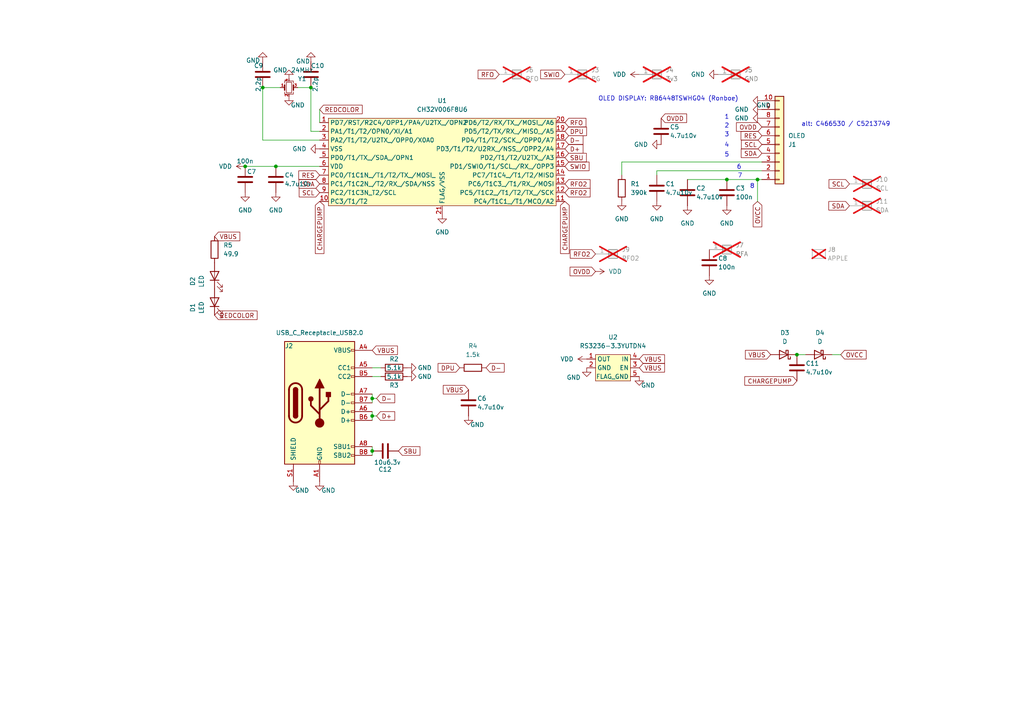
<source format=kicad_sch>
(kicad_sch (version 20250114) (generator "eeschema") (generator_version "9.0")
  (paper "A4")
  (lib_symbols
    (symbol "Connector:USB_C_Receptacle_USB2.0" (pin_names (offset 1.016))
      (property "Reference" "J" (at -10.16 19.05 0))
      (property "Value" "USB_C_Receptacle_USB2.0" (at 19.05 19.05 0))
      (symbol "USB_C_Receptacle_USB2.0_0_0"
        (rectangle (start -0.254 -17.78) (end 0.254 -16.764))
        (rectangle (start 10.16 15.494) (end 9.144 14.986))
        (rectangle (start 10.16 10.414) (end 9.144 9.906))
        (rectangle (start 10.16 7.874) (end 9.144 7.366))
        (rectangle (start 10.16 2.794) (end 9.144 2.286))
        (rectangle (start 10.16 0.254) (end 9.144 -0.254))
        (rectangle (start 10.16 -2.286) (end 9.144 -2.794))
        (rectangle (start 10.16 -4.826) (end 9.144 -5.334))
        (rectangle (start 10.16 -12.446) (end 9.144 -12.954))
        (rectangle (start 10.16 -14.986) (end 9.144 -15.494))
      )
      (symbol "USB_C_Receptacle_USB2.0_0_1"
        (rectangle (start -10.16 17.78) (end 10.16 -17.78) (stroke (width 0.254)) (fill (type background)))
        (polyline (pts (xy -8.89 -3.81) (xy -8.89 3.81)) (stroke (width 0.508)))
        (rectangle (start -7.62 -3.81) (end -6.35 3.81) (stroke (width 0.254)) (fill (type outline)))
        (arc (start -7.62 3.81) (mid -6.985 4.4423) (end -6.35 3.81) (stroke (width 0.254)))
        (arc (start -7.62 3.81) (mid -6.985 4.4423) (end -6.35 3.81) (stroke (width 0.254)) (fill (type outline)))
        (arc (start -8.89 3.81) (mid -6.985 5.7067) (end -5.08 3.81) (stroke (width 0.508)))
        (arc (start -5.08 -3.81) (mid -6.985 -5.7067) (end -8.89 -3.81) (stroke (width 0.508)))
        (arc (start -6.35 -3.81) (mid -6.985 -4.4423) (end -7.62 -3.81) (stroke (width 0.254)))
        (arc (start -6.35 -3.81) (mid -6.985 -4.4423) (end -7.62 -3.81) (stroke (width 0.254)) (fill (type outline)))
        (polyline (pts (xy -5.08 3.81) (xy -5.08 -3.81)) (stroke (width 0.508)))
        (circle (center -2.54 1.143) (radius 0.635) (stroke (width 0.254)) (fill (type outline)))
        (polyline (pts (xy -1.27 4.318) (xy 0 6.858) (xy 1.27 4.318) (xy -1.27 4.318)) (stroke (width 0.254)) (fill (type outline)))
        (polyline (pts (xy 0 -2.032) (xy 2.54 0.508) (xy 2.54 1.778)) (stroke (width 0.508)))
        (polyline (pts (xy 0 -3.302) (xy -2.54 -0.762) (xy -2.54 0.508)) (stroke (width 0.508)))
        (polyline (pts (xy 0 -5.842) (xy 0 4.318)) (stroke (width 0.508)))
        (circle (center 0 -5.842) (radius 1.27) (fill (type outline)))
        (rectangle (start 1.905 1.778) (end 3.175 3.048) (stroke (width 0.254)) (fill (type outline)))
      )
      (symbol "USB_C_Receptacle_USB2.0_1_1"
        (pin passive line (at -7.62 -22.86 90) (length 5.08) (name "SHIELD") (number "S1"))
        (pin passive line (at 0 -22.86 90) (length 5.08) (name "GND") (number "A1"))
        (pin passive line (at 0 -22.86 90) (length 5.08) (hide yes) (name "GND") (number "A12"))
        (pin passive line (at 0 -22.86 90) (length 5.08) (hide yes) (name "GND") (number "B1"))
        (pin passive line (at 0 -22.86 90) (length 5.08) (hide yes) (name "GND") (number "B12"))
        (pin passive line (at 15.24 15.24 180) (length 5.08) (name "VBUS") (number "A4"))
        (pin passive line (at 15.24 15.24 180) (length 5.08) (hide yes) (name "VBUS") (number "A9"))
        (pin passive line (at 15.24 15.24 180) (length 5.08) (hide yes) (name "VBUS") (number "B4"))
        (pin passive line (at 15.24 15.24 180) (length 5.08) (hide yes) (name "VBUS") (number "B9"))
        (pin bidirectional line (at 15.24 10.16 180) (length 5.08) (name "CC1") (number "A5"))
        (pin bidirectional line (at 15.24 7.62 180) (length 5.08) (name "CC2") (number "B5"))
        (pin bidirectional line (at 15.24 2.54 180) (length 5.08) (name "D-") (number "A7"))
        (pin bidirectional line (at 15.24 0 180) (length 5.08) (name "D-") (number "B7"))
        (pin bidirectional line (at 15.24 -2.54 180) (length 5.08) (name "D+") (number "A6"))
        (pin bidirectional line (at 15.24 -5.08 180) (length 5.08) (name "D+") (number "B6"))
        (pin bidirectional line (at 15.24 -12.7 180) (length 5.08) (name "SBU1") (number "A8"))
        (pin bidirectional line (at 15.24 -15.24 180) (length 5.08) (name "SBU2") (number "B8"))
      )
    )
    (symbol "Connector_Generic:Conn_01x01" (pin_names (offset 1.016) (hide yes))
      (property "Reference" "J" (at 0 2.54 0))
      (property "Value" "Conn_01x01" (at 0 -2.54 0))
      (symbol "Conn_01x01_1_1"
        (rectangle (start -1.27 1.27) (end 1.27 -1.27) (stroke (width 0.254)) (fill (type background)))
        (rectangle (start -1.27 0.127) (end 0 -0.127) (stroke (width 0.1524)))
        (pin passive line (at -5.08 0 0) (length 3.81) (name "Pin_1") (number "1"))
      )
    )
    (symbol "Connector_Generic:Conn_01x10" (pin_names (offset 1.016) (hide yes))
      (property "Reference" "J" (at 0 12.7 0))
      (property "Value" "Conn_01x10" (at 0 -15.24 0))
      (symbol "Conn_01x10_1_1"
        (rectangle (start -1.27 11.43) (end 1.27 -13.97) (stroke (width 0.254)) (fill (type background)))
        (rectangle (start -1.27 10.287) (end 0 10.033) (stroke (width 0.1524)))
        (rectangle (start -1.27 7.747) (end 0 7.493) (stroke (width 0.1524)))
        (rectangle (start -1.27 5.207) (end 0 4.953) (stroke (width 0.1524)))
        (rectangle (start -1.27 2.667) (end 0 2.413) (stroke (width 0.1524)))
        (rectangle (start -1.27 0.127) (end 0 -0.127) (stroke (width 0.1524)))
        (rectangle (start -1.27 -2.413) (end 0 -2.667) (stroke (width 0.1524)))
        (rectangle (start -1.27 -4.953) (end 0 -5.207) (stroke (width 0.1524)))
        (rectangle (start -1.27 -7.493) (end 0 -7.747) (stroke (width 0.1524)))
        (rectangle (start -1.27 -10.033) (end 0 -10.287) (stroke (width 0.1524)))
        (rectangle (start -1.27 -12.573) (end 0 -12.827) (stroke (width 0.1524)))
        (pin passive line (at -5.08 10.16 0) (length 3.81) (name "Pin_1") (number "1"))
        (pin passive line (at -5.08 7.62 0) (length 3.81) (name "Pin_2") (number "2"))
        (pin passive line (at -5.08 5.08 0) (length 3.81) (name "Pin_3") (number "3"))
        (pin passive line (at -5.08 2.54 0) (length 3.81) (name "Pin_4") (number "4"))
        (pin passive line (at -5.08 0 0) (length 3.81) (name "Pin_5") (number "5"))
        (pin passive line (at -5.08 -2.54 0) (length 3.81) (name "Pin_6") (number "6"))
        (pin passive line (at -5.08 -5.08 0) (length 3.81) (name "Pin_7") (number "7"))
        (pin passive line (at -5.08 -7.62 0) (length 3.81) (name "Pin_8") (number "8"))
        (pin passive line (at -5.08 -10.16 0) (length 3.81) (name "Pin_9") (number "9"))
        (pin passive line (at -5.08 -12.7 0) (length 3.81) (name "Pin_10") (number "10"))
      )
    )
    (symbol "Device:C" (pin_numbers (hide yes)) (pin_names (offset 0.254))
      (property "Reference" "C" (at 0.635 2.54 0))
      (property "Value" "C" (at 0.635 -2.54 0))
      (symbol "C_0_1"
        (polyline (pts (xy -2.032 0.762) (xy 2.032 0.762)) (stroke (width 0.508)))
        (polyline (pts (xy -2.032 -0.762) (xy 2.032 -0.762)) (stroke (width 0.508)))
      )
      (symbol "C_1_1"
        (pin passive line (at 0 3.81 270) (length 2.794) (name "~") (number "1"))
        (pin passive line (at 0 -3.81 90) (length 2.794) (name "~") (number "2"))
      )
    )
    (symbol "Device:Crystal_GND24_Small" (pin_names (offset 1.016) (hide yes))
      (property "Reference" "Y" (at 1.27 4.445 0))
      (property "Value" "Crystal_GND24_Small" (at 1.27 2.54 0))
      (symbol "Crystal_GND24_Small_0_1"
        (polyline (pts (xy -1.27 1.27) (xy -1.27 1.905) (xy 1.27 1.905) (xy 1.27 1.27)))
        (polyline (pts (xy -1.27 -0.762) (xy -1.27 0.762)) (stroke (width 0.381)))
        (polyline (pts (xy -1.27 -1.27) (xy -1.27 -1.905) (xy 1.27 -1.905) (xy 1.27 -1.27)))
        (rectangle (start -0.762 -1.524) (end 0.762 1.524))
        (polyline (pts (xy 1.27 -0.762) (xy 1.27 0.762)) (stroke (width 0.381)))
      )
      (symbol "Crystal_GND24_Small_1_1"
        (pin passive line (at -2.54 0 0) (length 1.27) (name "1") (number "1"))
        (pin passive line (at 0 2.54 270) (length 0.635) (name "4") (number "4"))
        (pin passive line (at 0 -2.54 90) (length 0.635) (name "2") (number "2"))
        (pin passive line (at 2.54 0 180) (length 1.27) (name "3") (number "3"))
      )
    )
    (symbol "Device:D_Schottky" (pin_numbers (hide yes)) (pin_names (offset 1.016) (hide yes))
      (property "Reference" "D" (at 0 2.54 0))
      (property "Value" "D_Schottky" (at 0 -2.54 0))
      (symbol "D_Schottky_0_1"
        (polyline (pts (xy -1.905 0.635) (xy -1.905 1.27) (xy -1.27 1.27) (xy -1.27 -1.27) (xy -0.635 -1.27) (xy -0.635 -0.635)) (stroke (width 0.254)))
        (polyline (pts (xy 1.27 1.27) (xy 1.27 -1.27) (xy -1.27 0) (xy 1.27 1.27)) (stroke (width 0.254)))
        (polyline (pts (xy 1.27 0) (xy -1.27 0)))
      )
      (symbol "D_Schottky_1_1"
        (pin passive line (at -3.81 0 0) (length 2.54) (name "K") (number "1"))
        (pin passive line (at 3.81 0 180) (length 2.54) (name "A") (number "2"))
      )
    )
    (symbol "Device:LED" (pin_numbers (hide yes)) (pin_names (offset 1.016) (hide yes))
      (property "Reference" "D" (at 0 2.54 0))
      (property "Value" "LED" (at 0 -2.54 0))
      (symbol "LED_0_1"
        (polyline (pts (xy -3.048 -0.762) (xy -4.572 -2.286) (xy -3.81 -2.286) (xy -4.572 -2.286) (xy -4.572 -1.524)))
        (polyline (pts (xy -1.778 -0.762) (xy -3.302 -2.286) (xy -2.54 -2.286) (xy -3.302 -2.286) (xy -3.302 -1.524)))
        (polyline (pts (xy -1.27 0) (xy 1.27 0)))
        (polyline (pts (xy -1.27 -1.27) (xy -1.27 1.27)) (stroke (width 0.254)))
        (polyline (pts (xy 1.27 -1.27) (xy 1.27 1.27) (xy -1.27 0) (xy 1.27 -1.27)) (stroke (width 0.254)))
      )
      (symbol "LED_1_1"
        (pin passive line (at -3.81 0 0) (length 2.54) (name "K") (number "1"))
        (pin passive line (at 3.81 0 180) (length 2.54) (name "A") (number "2"))
      )
    )
    (symbol "Device:R" (pin_numbers (hide yes)) (pin_names (offset 0))
      (property "Reference" "R" (at 2.032 0 90))
      (property "Value" "R" (at 0 0 90))
      (symbol "R_0_1"
        (rectangle (start -1.016 -2.54) (end 1.016 2.54) (stroke (width 0.254)))
      )
      (symbol "R_1_1"
        (pin passive line (at 0 3.81 270) (length 1.27) (name "~") (number "1"))
        (pin passive line (at 0 -3.81 90) (length 1.27) (name "~") (number "2"))
      )
    )
    (symbol "artwork:artwork"
      (property "Reference" "A" (at 0 0 0))
      (property "Value" "artwork" (at 0 2.54 0))
      (symbol "artwork_0_1"
        (rectangle (start -1.905 1.27) (end 1.905 -1.27))
      )
    )
    (symbol "cnhardware:CH32V006F8U6"
      (property "Reference" "U" (at 0 -1.27 0))
      (property "Value" "CH32V006F8U6" (at 2.54 0 0))
      (symbol "CH32V006F8U6_1_1"
        (rectangle (start -33.02 12.7) (end 33.02 -12.7) (fill (type background)))
        (pin bidirectional line (at -35.56 11.43 0) (length 2.54) (name "PD7/RST/R2C4/OPP1/PA4/U2TX_/OPN2") (number "1"))
        (pin bidirectional line (at -35.56 8.89 0) (length 2.54) (name "PA1/T1/T2/OPN0/XI/A1") (number "2"))
        (pin bidirectional line (at -35.56 6.35 0) (length 2.54) (name "PA2/T1/T2/U2TX_/OPP0/X0A0") (number "3"))
        (pin bidirectional line (at -35.56 3.81 0) (length 2.54) (name "VSS") (number "4"))
        (pin bidirectional line (at -35.56 1.27 0) (length 2.54) (name "PD0/T1/TX_/SDA_/OPN1") (number "5"))
        (pin bidirectional line (at -35.56 -1.27 0) (length 2.54) (name "VDD") (number "6"))
        (pin bidirectional line (at -35.56 -3.81 0) (length 2.54) (name "PC0/T1C1N_/T1/T2/TX_/MOSI_") (number "7"))
        (pin bidirectional line (at -35.56 -6.35 0) (length 2.54) (name "PC1/T1C2N_/T2/RX_/SDA/NSS") (number "8"))
        (pin bidirectional line (at -35.56 -8.89 0) (length 2.54) (name "PC2/T1C3N_T2/SCL") (number "9"))
        (pin bidirectional line (at -35.56 -11.43 0) (length 2.54) (name "PC3/T1/T2") (number "10"))
        (pin bidirectional line (at 0 -15.24 90) (length 2.54) (name "FLAG/VSS") (number "21"))
        (pin bidirectional line (at 35.56 11.43 180) (length 2.54) (name "PD6/T2/RX/TX_/MOSI_/A6") (number "20"))
        (pin bidirectional line (at 35.56 8.89 180) (length 2.54) (name "PD5/T2/TX/RX_/MISO_/A5") (number "19"))
        (pin bidirectional line (at 35.56 6.35 180) (length 2.54) (name "PD4/T1/T2/SCK_/OPP0/A7") (number "18"))
        (pin bidirectional line (at 35.56 3.81 180) (length 2.54) (name "PD3/T1/T2/U2RX_/NSS_/OPP2/A4") (number "17"))
        (pin bidirectional line (at 35.56 1.27 180) (length 2.54) (name "PD2/T1/T2/U2TX_/A3") (number "16"))
        (pin bidirectional line (at 35.56 -1.27 180) (length 2.54) (name "PD1/SWIO/T1/SCL_/RX_/OPP3") (number "15"))
        (pin bidirectional line (at 35.56 -3.81 180) (length 2.54) (name "PC7/T1C4_/T1/T2/MISO") (number "14"))
        (pin bidirectional line (at 35.56 -6.35 180) (length 2.54) (name "PC6/T1C3_/T1/RX_/MOSI") (number "13"))
        (pin bidirectional line (at 35.56 -8.89 180) (length 2.54) (name "PC5/T1C2_/T1/T2/TX_/SCK") (number "12"))
        (pin bidirectional line (at 35.56 -11.43 180) (length 2.54) (name "PC4/T1C1_/T1/MCO/A2") (number "11"))
      )
    )
    (symbol "cnhardware:RS3236-DFN-LDO"
      (property "Reference" "U" (at 0 3.81 0))
      (property "Value" "RS3236-3.3YUTDN4" (at -0.254 -6.35 0))
      (symbol "RS3236-DFN-LDO_1_1"
        (rectangle (start -5.08 2.54) (end 5.08 -5.08) (fill (type background)))
        (pin bidirectional line (at -7.62 1.27 0) (length 2.54) (name "OUT") (number "1"))
        (pin bidirectional line (at -7.62 -1.27 0) (length 2.54) (name "GND") (number "2"))
        (pin bidirectional line (at 7.62 1.27 180) (length 2.54) (name "IN") (number "4"))
        (pin bidirectional line (at 7.62 -1.27 180) (length 2.54) (name "EN") (number "3"))
        (pin bidirectional line (at 7.62 -3.81 180) (length 2.54) (name "FLAG_GND") (number "5"))
      )
    )
    (symbol "power:GND" (power) (pin_names (offset 0))
      (property "Value" "GND" (at 0 -3.81 0))
      (symbol "GND_0_1"
        (polyline (pts (xy 0 0) (xy 0 -1.27) (xy 1.27 -1.27) (xy 0 -2.54) (xy -1.27 -1.27) (xy 0 -1.27)))
      )
      (symbol "GND_1_1"
        (pin power_in line (at 0 0 270) (length 0) (hide yes) (name "GND") (number "1"))
      )
    )
    (symbol "power:VDD" (power) (pin_names (offset 0))
      (property "Value" "VDD" (at 0 3.81 0))
      (symbol "VDD_0_1"
        (polyline (pts (xy -0.762 1.27) (xy 0 2.54)))
        (polyline (pts (xy 0 2.54) (xy 0.762 1.27)))
        (polyline (pts (xy 0 0) (xy 0 2.54)))
      )
      (symbol "VDD_1_1"
        (pin power_in line (at 0 0 90) (length 0) (hide yes) (name "VDD") (number "1"))
      )
    )
  )
  (text "3" (at 210.82 39.116 0) (effects (font (size 1.27 1.27))))
  (text "7" (at 214.63 51.054 0) (effects (font (size 1.27 1.27))))
  (text "5" (at 210.82 44.958 0) (effects (font (size 1.27 1.27))))
  (text "alt: C466530 / C5213749" (at 232.41 36.83 0) (effects (font (size 1.27 1.27)) (justify left bottom)))
  (text "8" (at 218.186 54.102 0) (effects (font (size 1.27 1.27))))
  (text "2" (at 210.82 36.576 0) (effects (font (size 1.27 1.27))))
  (text "6" (at 214.376 48.514 0) (effects (font (size 1.27 1.27))))
  (text "4" (at 210.82 42.164 0) (effects (font (size 1.27 1.27))))
  (text "OLED DISPLAY: RB6448TSWHG04 (Ronboe)" (at 173.482 29.464 0) (effects (font (size 1.27 1.27)) (justify left bottom)))
  (text "1" (at 210.82 34.036 0) (effects (font (size 1.27 1.27))))
  (junction (at 210.82 52.07))
  (junction (at 219.71 52.07))
  (junction (at 71.12 48.26))
  (junction (at 80.01 48.26))
  (junction (at 76.2 25.4))
  (junction (at 90.17 25.4))
  (junction (at 107.95 130.81))
  (junction (at 107.95 120.65))
  (junction (at 107.95 115.57))
  (junction (at 231.14 102.87))
  (wire (pts (xy 80.01 48.26) (xy 92.71 48.26)))
  (wire (pts (xy 71.12 48.26) (xy 80.01 48.26)))
  (wire (pts (xy 76.2 40.64) (xy 76.2 25.4)))
  (wire (pts (xy 107.95 130.81) (xy 107.95 132.08)))
  (wire (pts (xy 76.2 25.4) (xy 81.28 25.4)))
  (wire (pts (xy 92.71 31.75) (xy 92.71 35.56)))
  (wire (pts (xy 190.5 49.53) (xy 190.5 50.8)))
  (wire (pts (xy 231.14 102.87) (xy 233.68 102.87)))
  (wire (pts (xy 92.71 40.64) (xy 76.2 40.64)))
  (wire (pts (xy 199.39 52.07) (xy 210.82 52.07)))
  (wire (pts (xy 107.95 109.22) (xy 110.49 109.22)))
  (wire (pts (xy 107.95 106.68) (xy 110.49 106.68)))
  (wire (pts (xy 241.3 102.87) (xy 243.84 102.87)))
  (wire (pts (xy 107.95 120.65) (xy 109.22 120.65)))
  (wire (pts (xy 210.82 52.07) (xy 219.71 52.07)))
  (wire (pts (xy 107.95 119.38) (xy 107.95 120.65)))
  (wire (pts (xy 86.36 25.4) (xy 90.17 25.4)))
  (wire (pts (xy 90.17 25.4) (xy 90.17 38.1)))
  (wire (pts (xy 107.95 120.65) (xy 107.95 121.92)))
  (wire (pts (xy 219.71 58.42) (xy 219.71 52.07)))
  (wire (pts (xy 219.71 52.07) (xy 220.98 52.07)))
  (wire (pts (xy 107.95 115.57) (xy 107.95 116.84)))
  (wire (pts (xy 190.5 49.53) (xy 220.98 49.53)))
  (wire (pts (xy 107.95 115.57) (xy 109.22 115.57)))
  (wire (pts (xy 107.95 114.3) (xy 107.95 115.57)))
  (wire (pts (xy 90.17 38.1) (xy 92.71 38.1)))
  (wire (pts (xy 180.34 46.99) (xy 220.98 46.99)))
  (wire (pts (xy 107.95 129.54) (xy 107.95 130.81)))
  (wire (pts (xy 180.34 46.99) (xy 180.34 50.8)))
  (global_label "SBU" (shape input) (at 115.57 130.81 0) (property "Intersheetrefs" "${INTERSHEET_REFS}" (effects (hide yes))))
  (global_label "RFO" (shape input) (at 144.78 21.59 180) (property "Intersheetrefs" "${INTERSHEET_REFS}" (effects (hide yes))))
  (global_label "VBUS" (shape input) (at 185.42 106.68 0) (property "Intersheetrefs" "${INTERSHEET_REFS}" (effects (hide yes))))
  (global_label "REDCOLOR" (shape input) (at 92.71 31.75 0) (property "Intersheetrefs" "${INTERSHEET_REFS}" (effects (hide yes))))
  (global_label "SCL" (shape input) (at 246.38 53.34 180) (property "Intersheetrefs" "${INTERSHEET_REFS}" (effects (hide yes))))
  (global_label "SCL" (shape input) (at 220.98 41.91 180) (property "Intersheetrefs" "${INTERSHEET_REFS}" (effects (hide yes))))
  (global_label "OVCC" (shape input) (at 243.84 102.87 0) (property "Intersheetrefs" "${INTERSHEET_REFS}" (effects (hide yes))))
  (global_label "D-" (shape input) (at 140.97 106.68 0) (property "Intersheetrefs" "${INTERSHEET_REFS}" (effects (hide yes))))
  (global_label "VBUS" (shape input) (at 107.95 101.6 0) (property "Intersheetrefs" "${INTERSHEET_REFS}" (effects (hide yes))))
  (global_label "CHARGEPUMP" (shape input) (at 92.71 58.42 270) (property "Intersheetrefs" "${INTERSHEET_REFS}" (effects (hide yes))))
  (global_label "RFO" (shape input) (at 163.83 35.56 0) (property "Intersheetrefs" "${INTERSHEET_REFS}" (effects (hide yes))))
  (global_label "RES" (shape input) (at 220.98 39.37 180) (property "Intersheetrefs" "${INTERSHEET_REFS}" (effects (hide yes))))
  (global_label "OVDD" (shape input) (at 220.98 36.83 180) (property "Intersheetrefs" "${INTERSHEET_REFS}" (effects (hide yes))))
  (global_label "SDA" (shape input) (at 246.38 59.69 180) (property "Intersheetrefs" "${INTERSHEET_REFS}" (effects (hide yes))))
  (global_label "D+" (shape input) (at 163.83 43.18 0) (property "Intersheetrefs" "${INTERSHEET_REFS}" (effects (hide yes))))
  (global_label "SBU" (shape input) (at 163.83 45.72 0) (property "Intersheetrefs" "${INTERSHEET_REFS}" (effects (hide yes))))
  (global_label "D+" (shape input) (at 109.22 120.65 0) (property "Intersheetrefs" "${INTERSHEET_REFS}" (effects (hide yes))))
  (global_label "D-" (shape input) (at 109.22 115.57 0) (property "Intersheetrefs" "${INTERSHEET_REFS}" (effects (hide yes))))
  (global_label "CHARGEPUMP" (shape input) (at 163.83 58.42 270) (property "Intersheetrefs" "${INTERSHEET_REFS}" (effects (hide yes))))
  (global_label "VBUS" (shape input) (at 223.52 102.87 180) (property "Intersheetrefs" "${INTERSHEET_REFS}" (effects (hide yes))))
  (global_label "VBUS" (shape input) (at 62.23 68.58 0) (property "Intersheetrefs" "${INTERSHEET_REFS}" (effects (hide yes))))
  (global_label "VBUS" (shape input) (at 135.89 113.03 180) (property "Intersheetrefs" "${INTERSHEET_REFS}" (effects (hide yes))))
  (global_label "RFO2" (shape input) (at 172.72 73.66 180) (property "Intersheetrefs" "${INTERSHEET_REFS}" (effects (hide yes))))
  (global_label "DPU" (shape input) (at 163.83 38.1 0) (property "Intersheetrefs" "${INTERSHEET_REFS}" (effects (hide yes))))
  (global_label "SCL" (shape input) (at 92.71 55.88 180) (property "Intersheetrefs" "${INTERSHEET_REFS}" (effects (hide yes))))
  (global_label "D-" (shape input) (at 163.83 40.64 0) (property "Intersheetrefs" "${INTERSHEET_REFS}" (effects (hide yes))))
  (global_label "OVCC" (shape input) (at 219.71 58.42 270) (property "Intersheetrefs" "${INTERSHEET_REFS}" (effects (hide yes))))
  (global_label "RES" (shape input) (at 92.71 50.8 180) (property "Intersheetrefs" "${INTERSHEET_REFS}" (effects (hide yes))))
  (global_label "OVDD" (shape input) (at 172.72 78.74 180) (property "Intersheetrefs" "${INTERSHEET_REFS}" (effects (hide yes))))
  (global_label "OVDD" (shape input) (at 191.77 34.29 0) (property "Intersheetrefs" "${INTERSHEET_REFS}" (effects (hide yes))))
  (global_label "RFO2" (shape input) (at 163.83 55.88 0) (property "Intersheetrefs" "${INTERSHEET_REFS}" (effects (hide yes))))
  (global_label "SDA" (shape input) (at 92.71 53.34 180) (property "Intersheetrefs" "${INTERSHEET_REFS}" (effects (hide yes))))
  (global_label "DPU" (shape input) (at 133.35 106.68 180) (property "Intersheetrefs" "${INTERSHEET_REFS}" (effects (hide yes))))
  (global_label "REDCOLOR" (shape input) (at 62.23 91.44 0) (property "Intersheetrefs" "${INTERSHEET_REFS}" (effects (hide yes))))
  (global_label "SWIO" (shape input) (at 163.83 21.59 180) (property "Intersheetrefs" "${INTERSHEET_REFS}" (effects (hide yes))))
  (global_label "CHARGEPUMP" (shape input) (at 231.14 110.49 180) (property "Intersheetrefs" "${INTERSHEET_REFS}" (effects (hide yes))))
  (global_label "RFO2" (shape input) (at 163.83 53.34 0) (property "Intersheetrefs" "${INTERSHEET_REFS}" (effects (hide yes))))
  (global_label "SDA" (shape input) (at 220.98 44.45 180) (property "Intersheetrefs" "${INTERSHEET_REFS}" (effects (hide yes))))
  (global_label "SWIO" (shape input) (at 163.83 48.26 0) (property "Intersheetrefs" "${INTERSHEET_REFS}" (effects (hide yes))))
  (global_label "VBUS" (shape input) (at 185.42 104.14 0) (property "Intersheetrefs" "${INTERSHEET_REFS}" (effects (hide yes))))
  (symbol (lib_id "Device:LED") (at 62.23 80.01 90) (unit 1)
    (property "Reference" "D2" (at 55.88 81.5975 0))
    (property "Value" "LED" (at 58.42 81.5975 0))
    (property "Footprint" "LED_SMD:LED_0603_1608Metric" (effects (hide yes)))
    (property "Description" "Light emitting diode" (effects (hide yes)))
    (property "LCSC" "C2286" (effects (hide yes)))
  )
  (symbol (lib_id "Device:C") (at 80.01 52.07 0) (unit 1)
    (property "Reference" "C4" (at 82.55 50.8 0) (effects (justify left)))
    (property "Value" "4.7u10v" (at 82.55 53.34 0) (effects (justify left)))
    (property "Footprint" "Capacitor_SMD:C_0402_1005Metric" (effects (hide yes)))
    (property "LCSC" "C23733" (effects (hide yes)))
  )
  (symbol (lib_id "power:GND") (at 83.82 27.94 0) (unit 1)
    (property "Reference" "#PWR022" (effects (hide yes)))
    (property "Value" "GND" (at 86.36 30.48 0))
  )
  (symbol (lib_id "Device:C") (at 205.74 76.2 0) (unit 1)
    (property "Reference" "C8" (at 208.28 74.93 0) (effects (justify left)))
    (property "Value" "100n" (at 208.28 77.47 0) (effects (justify left)))
    (property "Footprint" "Capacitor_SMD:C_0402_1005Metric" (effects (hide yes)))
    (property "LCSC" "C1525" (effects (hide yes)))
  )
  (symbol (lib_id "Connector_Generic:Conn_01x01") (at 210.82 72.39 0) (unit 1) (in_bom no) (dnp yes)
    (property "Reference" "J7" (at 213.36 71.12 0) (effects (justify left)))
    (property "Value" "RFA" (at 213.36 73.66 0) (effects (justify left)))
    (property "Footprint" "TestPoint:TestPoint_Pad_D1.0mm" (effects (hide yes)))
  )
  (symbol (lib_id "power:GND") (at 208.28 21.59 270) (unit 1)
    (property "Reference" "#PWR024" (effects (hide yes)))
    (property "Value" "GND" (at 204.47 21.59 90) (effects (justify right)))
  )
  (symbol (lib_id "Device:C") (at 231.14 106.68 0) (unit 1)
    (property "Reference" "C11" (at 233.68 105.41 0) (effects (justify left)))
    (property "Value" "4.7u10v" (at 233.68 107.95 0) (effects (justify left)))
    (property "Footprint" "Capacitor_SMD:C_0402_1005Metric" (effects (hide yes)))
    (property "LCSC" "C23733" (effects (hide yes)))
  )
  (symbol (lib_id "power:GND") (at 80.01 55.88 0) (unit 1)
    (property "Reference" "#PWR03" (effects (hide yes)))
    (property "Value" "GND" (at 80.01 60.96 0))
  )
  (symbol (lib_id "Device:D_Schottky") (at 237.49 102.87 180) (unit 1)
    (property "Reference" "D4" (at 237.8075 96.52 0))
    (property "Value" "D" (at 237.8075 99.06 0))
    (property "Footprint" "Diode_SMD:D_SOD-323" (effects (hide yes)))
    (property "Description" "Schottky diode" (effects (hide yes)))
    (property "LCSC" "C191023" (effects (hide yes)))
  )
  (symbol (lib_id "Connector_Generic:Conn_01x01") (at 149.86 21.59 0) (unit 1) (in_bom no) (dnp yes)
    (property "Reference" "J6" (at 152.4 20.32 0) (effects (justify left)))
    (property "Value" "RFO" (at 152.4 22.86 0) (effects (justify left)))
    (property "Footprint" "TestPoint:TestPoint_Pad_D1.0mm" (effects (hide yes)))
  )
  (symbol (lib_id "Device:C") (at 111.76 130.81 270) (unit 1)
    (property "Reference" "C12" (at 109.728 136.144 90) (effects (justify left)))
    (property "Value" "10u6.3v" (at 108.458 134.112 90) (effects (justify left)))
    (property "Footprint" "Capacitor_SMD:C_0402_1005Metric" (effects (hide yes)))
    (property "LCSC" "C15525" (effects (hide yes)))
  )
  (symbol (lib_id "Device:Crystal_GND24_Small") (at 83.82 25.4 0) (unit 1)
    (property "Reference" "Y1" (at 87.63 22.86 0))
    (property "Value" "24MHz" (at 87.63 20.32 0))
    (property "Footprint" "Crystal:Crystal_SMD_2016-4Pin_2.0x1.6mm" (effects (hide yes)))
    (property "LCSC" "C2929397" (effects (hide yes)))
  )
  (symbol (lib_id "power:GND") (at 185.42 109.22 0) (unit 1)
    (property "Reference" "#PWR029" (effects (hide yes)))
    (property "Value" "GND" (at 187.96 111.76 0))
  )
  (symbol (lib_id "Connector_Generic:Conn_01x01") (at 177.8 73.66 0) (unit 1) (in_bom no) (dnp yes)
    (property "Reference" "J9" (at 180.34 72.39 0) (effects (justify left)))
    (property "Value" "RFO2" (at 180.34 74.93 0) (effects (justify left)))
    (property "Footprint" "TestPoint:TestPoint_Pad_D1.0mm" (effects (hide yes)))
  )
  (symbol (lib_id "Device:LED") (at 62.23 87.63 90) (unit 1)
    (property "Reference" "D1" (at 55.88 89.2175 0))
    (property "Value" "LED" (at 58.42 89.2175 0))
    (property "Footprint" "LED_SMD:LED_0603_1608Metric" (effects (hide yes)))
    (property "Description" "Light emitting diode" (effects (hide yes)))
    (property "LCSC" "C2286" (effects (hide yes)))
  )
  (symbol (lib_id "Device:C") (at 190.5 54.61 0) (unit 1)
    (property "Reference" "C1" (at 193.04 53.34 0) (effects (justify left)))
    (property "Value" "4.7u10v" (at 193.04 55.88 0) (effects (justify left)))
    (property "Footprint" "Capacitor_SMD:C_0402_1005Metric" (effects (hide yes)))
    (property "LCSC" "C23733" (effects (hide yes)))
  )
  (symbol (lib_id "Connector_Generic:Conn_01x01") (at 190.5 21.59 0) (unit 1) (in_bom no) (dnp yes)
    (property "Reference" "J4" (at 193.04 20.32 0) (effects (justify left)))
    (property "Value" "3v3" (at 193.04 22.86 0) (effects (justify left)))
    (property "Footprint" "TestPoint:TestPoint_Pad_D1.0mm" (effects (hide yes)))
  )
  (symbol (lib_id "Connector_Generic:Conn_01x10") (at 226.06 41.91 0) (mirror x) (unit 1)
    (property "Reference" "J1" (at 228.6 41.91 0) (effects (justify left)))
    (property "Value" "OLED" (at 228.6 39.37 0) (effects (justify left)))
    (property "Footprint" "fpc:AFC42-S08FMA-1H" (effects (hide yes)))
    (property "LCSC" "C466530" (effects (hide yes)))
  )
  (symbol (lib_id "power:VDD") (at 71.12 48.26 90) (unit 1)
    (property "Reference" "#PWR015" (effects (hide yes)))
    (property "Value" "VDD" (at 67.31 48.26 90) (effects (justify left)))
  )
  (symbol (lib_id "power:GND") (at 135.89 120.65 0) (unit 1)
    (property "Reference" "#PWR019" (effects (hide yes)))
    (property "Value" "GND" (at 138.43 123.19 0))
  )
  (symbol (lib_id "power:VDD") (at 185.42 21.59 90) (unit 1)
    (property "Reference" "#PWR023" (effects (hide yes)))
    (property "Value" "VDD" (at 181.61 21.59 90) (effects (justify left)))
  )
  (symbol (lib_id "power:GND") (at 118.11 109.22 90) (unit 1)
    (property "Reference" "#PWR012" (effects (hide yes)))
    (property "Value" "GND" (at 123.19 109.22 90))
  )
  (symbol (lib_id "Device:C") (at 191.77 38.1 0) (unit 1)
    (property "Reference" "C5" (at 194.31 36.83 0) (effects (justify left)))
    (property "Value" "4.7u10v" (at 194.31 39.37 0) (effects (justify left)))
    (property "Footprint" "Capacitor_SMD:C_0402_1005Metric" (effects (hide yes)))
    (property "LCSC" "C23733" (effects (hide yes)))
  )
  (symbol (lib_id "power:GND") (at 180.34 58.42 0) (unit 1)
    (property "Reference" "#PWR08" (effects (hide yes)))
    (property "Value" "GND" (at 180.34 63.5 0))
  )
  (symbol (lib_id "Connector_Generic:Conn_01x01") (at 213.36 21.59 0) (unit 1) (in_bom no) (dnp yes)
    (property "Reference" "J5" (at 215.9 20.32 0) (effects (justify left)))
    (property "Value" "GND" (at 215.9 22.86 0) (effects (justify left)))
    (property "Footprint" "TestPoint:TestPoint_Pad_D1.0mm" (effects (hide yes)))
  )
  (symbol (lib_id "Device:R") (at 180.34 54.61 0) (unit 1)
    (property "Reference" "R1" (at 182.88 53.34 0) (effects (justify left)))
    (property "Value" "390k" (at 182.88 55.88 0) (effects (justify left)))
    (property "Footprint" "Resistor_SMD:R_0402_1005Metric" (effects (hide yes)))
    (property "LCSC" "C25782" (effects (hide yes)))
  )
  (symbol (lib_id "power:GND") (at 205.74 80.01 0) (unit 1)
    (property "Reference" "#PWR025" (effects (hide yes)))
    (property "Value" "GND" (at 205.74 85.09 0))
  )
  (symbol (lib_id "Device:R") (at 114.3 106.68 90) (unit 1)
    (property "Reference" "R2" (at 114.3 104.14 90))
    (property "Value" "5.1k" (at 114.3 106.68 90))
    (property "Footprint" "Resistor_SMD:R_0402_1005Metric" (effects (hide yes)))
    (property "LCSC" "C105872" (effects (hide yes)))
  )
  (symbol (lib_id "power:VDD") (at 172.72 78.74 270) (unit 1)
    (property "Reference" "#PWR028" (effects (hide yes)))
    (property "Value" "VDD" (at 176.53 78.7399 90) (effects (justify left)))
  )
  (symbol (lib_id "power:GND") (at 92.71 139.7 0) (unit 1)
    (property "Reference" "#PWR010" (effects (hide yes)))
    (property "Value" "GND" (at 95.25 142.24 0))
  )
  (symbol (lib_id "power:GND") (at 170.18 106.68 0) (unit 1)
    (property "Reference" "#PWR014" (effects (hide yes)))
    (property "Value" "GND" (at 166.37 109.474 0))
  )
  (symbol (lib_id "artwork:artwork") (at 237.49 73.66 0) (unit 1) (in_bom no) (dnp yes)
    (property "Reference" "J8" (at 240.03 72.3899 0) (effects (justify left)))
    (property "Value" "APPLE" (at 240.03 74.9299 0) (effects (justify left)))
    (property "Footprint" "artwork:apple" (effects (hide yes)))
  )
  (symbol (lib_id "power:GND") (at 90.17 17.78 180) (unit 1)
    (property "Reference" "#PWR027" (effects (hide yes)))
    (property "Value" "GND" (at 87.884 17.78 0))
  )
  (symbol (lib_id "power:GND") (at 71.12 55.88 0) (unit 1)
    (property "Reference" "#PWR020" (effects (hide yes)))
    (property "Value" "GND" (at 71.12 60.96 0))
  )
  (symbol (lib_id "power:GND") (at 118.11 106.68 90) (unit 1)
    (property "Reference" "#PWR011" (effects (hide yes)))
    (property "Value" "GND" (at 123.19 106.68 90))
  )
  (symbol (lib_id "Device:D_Schottky") (at 227.33 102.87 180) (unit 1)
    (property "Reference" "D3" (at 227.6475 96.52 0))
    (property "Value" "D" (at 227.6475 99.06 0))
    (property "Footprint" "Diode_SMD:D_SOD-323" (effects (hide yes)))
    (property "Description" "Schottky diode" (effects (hide yes)))
    (property "LCSC" "C191023" (effects (hide yes)))
  )
  (symbol (lib_id "power:GND") (at 220.98 34.29 270) (unit 1)
    (property "Reference" "#PWR01" (effects (hide yes)))
    (property "Value" "GND" (at 217.17 34.29 90) (effects (justify right)))
  )
  (symbol (lib_id "power:GND") (at 191.77 41.91 270) (unit 1)
    (property "Reference" "#PWR016" (effects (hide yes)))
    (property "Value" "GND" (at 187.96 41.91 90) (effects (justify right)))
  )
  (symbol (lib_id "Connector_Generic:Conn_01x01") (at 168.91 21.59 0) (unit 1) (in_bom no) (dnp yes)
    (property "Reference" "J3" (at 171.45 20.32 0) (effects (justify left)))
    (property "Value" "PG" (at 171.45 22.86 0) (effects (justify left)))
    (property "Footprint" "TestPoint:TestPoint_Pad_D1.0mm" (effects (hide yes)))
  )
  (symbol (lib_id "Device:C") (at 135.89 116.84 0) (unit 1)
    (property "Reference" "C6" (at 138.43 115.57 0) (effects (justify left)))
    (property "Value" "4.7u10v" (at 138.43 118.11 0) (effects (justify left)))
    (property "Footprint" "Capacitor_SMD:C_0402_1005Metric" (effects (hide yes)))
    (property "LCSC" "C23733" (effects (hide yes)))
  )
  (symbol (lib_id "Device:C") (at 71.12 52.07 0) (unit 1)
    (property "Reference" "C7" (at 71.628 49.784 0) (effects (justify left)))
    (property "Value" "100n" (at 68.58 46.736 0) (effects (justify left)))
    (property "Footprint" "Capacitor_SMD:C_0402_1005Metric" (effects (hide yes)))
    (property "LCSC" "C1525" (effects (hide yes)))
  )
  (symbol (lib_id "power:GND") (at 199.39 59.69 0) (unit 1)
    (property "Reference" "#PWR05" (effects (hide yes)))
    (property "Value" "GND" (at 199.39 64.77 0))
  )
  (symbol (lib_id "Device:R") (at 137.16 106.68 90) (unit 1)
    (property "Reference" "R4" (at 137.16 100.33 90))
    (property "Value" "1.5k" (at 137.16 102.87 90))
    (property "Footprint" "Resistor_SMD:R_0402_1005Metric" (effects (hide yes)))
    (property "LCSC" "C25867" (effects (hide yes)))
  )
  (symbol (lib_id "Device:C") (at 199.39 55.88 0) (unit 1)
    (property "Reference" "C2" (at 201.93 54.61 0) (effects (justify left)))
    (property "Value" "4.7u10v" (at 201.93 57.15 0) (effects (justify left)))
    (property "Footprint" "Capacitor_SMD:C_0402_1005Metric" (effects (hide yes)))
    (property "LCSC" "C23733" (effects (hide yes)))
  )
  (symbol (lib_id "power:GND") (at 85.09 139.7 0) (unit 1)
    (property "Reference" "#PWR09" (effects (hide yes)))
    (property "Value" "GND" (at 87.63 142.24 0))
  )
  (symbol (lib_id "cnhardware:RS3236-DFN-LDO") (at 177.8 105.41 0) (unit 1)
    (property "Reference" "U2" (at 177.8 97.79 0))
    (property "Value" "RS3236-3.3YUTDN4" (at 177.8 100.33 0))
    (property "Footprint" "cnhardware:xdfn-reg" (effects (hide yes)))
    (property "LCSC" "C379350" (effects (hide yes)))
  )
  (symbol (lib_id "Device:C") (at 76.2 21.59 0) (unit 1)
    (property "Reference" "C9" (at 73.66 19.05 0) (effects (justify left)))
    (property "Value" "2.2p" (at 74.93 26.67 90) (effects (justify left)))
    (property "Footprint" "Capacitor_SMD:C_0402_1005Metric" (effects (hide yes)))
    (property "LCSC" "C1559" (effects (hide yes)))
  )
  (symbol (lib_id "power:GND") (at 92.71 43.18 270) (unit 1)
    (property "Reference" "#PWR04" (effects (hide yes)))
    (property "Value" "GND" (at 88.9 43.18 90) (effects (justify right)))
  )
  (symbol (lib_id "power:GND") (at 190.5 58.42 0) (unit 1)
    (property "Reference" "#PWR07" (effects (hide yes)))
    (property "Value" "GND" (at 190.5 63.5 0))
  )
  (symbol (lib_id "power:GND") (at 83.82 22.86 180) (unit 1)
    (property "Reference" "#PWR021" (effects (hide yes)))
    (property "Value" "GND" (at 81.28 20.32 0))
  )
  (symbol (lib_id "Connector_Generic:Conn_01x01") (at 251.46 53.34 0) (unit 1) (in_bom no) (dnp yes)
    (property "Reference" "J10" (at 254 52.07 0) (effects (justify left)))
    (property "Value" "SCL" (at 254 54.61 0) (effects (justify left)))
    (property "Footprint" "TestPoint:TestPoint_Pad_D1.0mm" (effects (hide yes)))
  )
  (symbol (lib_id "Connector_Generic:Conn_01x01") (at 251.46 59.69 0) (unit 1) (in_bom no) (dnp yes)
    (property "Reference" "J11" (at 254 58.42 0) (effects (justify left)))
    (property "Value" "SDA" (at 254 60.96 0) (effects (justify left)))
    (property "Footprint" "TestPoint:TestPoint_Pad_D1.0mm" (effects (hide yes)))
  )
  (symbol (lib_id "Device:R") (at 62.23 72.39 0) (unit 1)
    (property "Reference" "R5" (at 64.77 71.12 0) (effects (justify left)))
    (property "Value" "49.9" (at 64.77 73.66 0) (effects (justify left)))
    (property "Footprint" "Resistor_SMD:R_0402_1005Metric" (effects (hide yes)))
    (property "LCSC" "C25120" (effects (hide yes)))
  )
  (symbol (lib_id "Device:C") (at 210.82 55.88 0) (unit 1)
    (property "Reference" "C3" (at 213.36 54.61 0) (effects (justify left)))
    (property "Value" "100n" (at 213.36 57.15 0) (effects (justify left)))
    (property "Footprint" "Capacitor_SMD:C_0402_1005Metric" (effects (hide yes)))
    (property "LCSC" "C1525" (effects (hide yes)))
  )
  (symbol (lib_id "cnhardware:CH32V006F8U6") (at 128.27 46.99 0) (unit 1)
    (property "Reference" "U1" (at 128.27 29.21 0))
    (property "Value" "CH32V006F8U6" (at 128.27 31.75 0))
    (property "Footprint" "Package_DFN_QFN:QFN-20-1EP_3x3mm_P0.4mm_EP1.65x1.65mm" (effects (hide yes)))
    (property "LCSC" "C42431288" (effects (hide yes)))
  )
  (symbol (lib_id "power:VDD") (at 170.18 104.14 90) (unit 1)
    (property "Reference" "#PWR013" (effects (hide yes)))
    (property "Value" "VDD" (at 166.37 104.1399 90) (effects (justify left)))
  )
  (symbol (lib_id "power:GND") (at 220.98 29.21 270) (unit 1)
    (property "Reference" "#PWR017" (effects (hide yes)))
    (property "Value" "GND" (at 223.52 30.48 90) (effects (justify right)))
  )
  (symbol (lib_id "Device:R") (at 114.3 109.22 90) (unit 1)
    (property "Reference" "R3" (at 114.3 111.76 90))
    (property "Value" "5.1k" (at 114.3 109.22 90))
    (property "Footprint" "Resistor_SMD:R_0402_1005Metric" (effects (hide yes)))
    (property "LCSC" "C105872" (effects (hide yes)))
  )
  (symbol (lib_id "power:GND") (at 76.2 17.78 180) (unit 1)
    (property "Reference" "#PWR026" (effects (hide yes)))
    (property "Value" "GND" (at 73.406 17.526 0))
  )
  (symbol (lib_id "Connector:USB_C_Receptacle_USB2.0") (at 92.71 116.84 0) (unit 1)
    (property "Reference" "J2" (at 83.82 100.33 0))
    (property "Value" "USB_C_Receptacle_USB2.0" (at 92.71 96.52 0))
    (property "Footprint" "Connector_USB:USB_C_Receptacle_HRO_TYPE-C-31-M-12" (effects (hide yes)))
    (property "Datasheet" "https://www.usb.org/sites/default/files/documents/usb_type-c.zip" (effects (hide yes)))
    (property "LCSC" "C2765186" (effects (hide yes)))
  )
  (symbol (lib_id "Device:C") (at 90.17 21.59 0) (unit 1)
    (property "Reference" "C10" (at 90.17 19.05 0) (effects (justify left)))
    (property "Value" "2.2p" (at 91.44 26.67 90) (effects (justify left)))
    (property "Footprint" "Capacitor_SMD:C_0402_1005Metric" (effects (hide yes)))
    (property "LCSC" "C1559" (effects (hide yes)))
  )
  (symbol (lib_id "power:GND") (at 220.98 31.75 270) (unit 1)
    (property "Reference" "#PWR018" (effects (hide yes)))
    (property "Value" "GND" (at 217.17 31.75 90) (effects (justify right)))
  )
  (symbol (lib_id "power:GND") (at 210.82 59.69 0) (unit 1)
    (property "Reference" "#PWR06" (effects (hide yes)))
    (property "Value" "GND" (at 210.82 64.77 0))
  )
  (symbol (lib_id "power:GND") (at 128.27 62.23 0) (unit 1)
    (property "Reference" "#PWR02" (effects (hide yes)))
    (property "Value" "GND" (at 128.27 67.31 0))
  )
)
</source>
